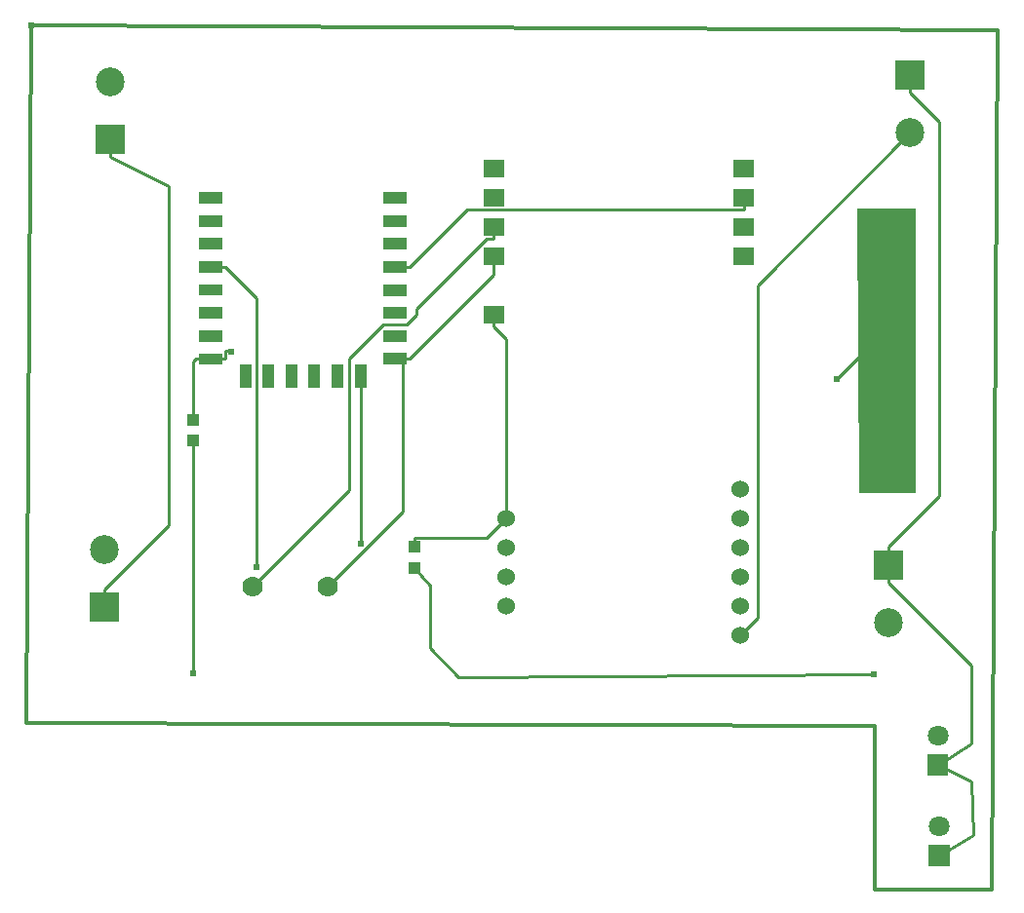
<source format=gtl>
G04 Layer: TopLayer*
G04 EasyEDA v6.4.3, 2020-08-09T00:17:02+05:30*
G04 6b3d8b3936fd40358e4656ce58cb2351,cf4aa5727a6a49518b7f5d996050d5f8,10*
G04 Gerber Generator version 0.2*
G04 Scale: 100 percent, Rotated: No, Reflected: No *
G04 Dimensions in millimeters *
G04 leading zeros omitted , absolute positions ,3 integer and 3 decimal *
%FSLAX33Y33*%
%MOMM*%
G90*
G71D02*

%ADD10C,0.254000*%
%ADD11C,0.355600*%
%ADD12C,0.259994*%
%ADD13C,0.610006*%
%ADD14C,0.609600*%
%ADD15R,1.999996X0.999998*%
%ADD16R,0.999998X1.999996*%
%ADD17R,1.099998X0.999998*%
%ADD18C,1.778000*%
%ADD20C,1.524000*%
%ADD21R,2.499995X2.499995*%
%ADD22C,2.499995*%
%ADD23C,1.799996*%

%LPD*%
G54D11*
G01X889Y75057D02*
G01X84836Y74676D01*
G01X84328Y0D01*
G01X75819Y0D01*
G01X74168Y0D01*
G01X74168Y6858D01*
G01X74168Y14224D01*
G01X508Y14478D01*
G01X889Y75057D01*
G54D12*
G01X16510Y46075D02*
G01X15217Y46075D01*
G01X14986Y40777D02*
G01X14986Y45841D01*
G01X15217Y46075D01*
G54D10*
G01X79629Y10795D02*
G01X82550Y9398D01*
G01X82677Y4699D01*
G01X79756Y2921D01*
G54D12*
G01X82550Y12700D02*
G01X79629Y10795D01*
G01X77216Y69197D02*
G01X79756Y66657D01*
G01X79756Y34180D01*
G01X75311Y29735D01*
G01X75311Y26652D02*
G01X82534Y19464D01*
G01X82550Y15367D01*
G01X82550Y12700D01*
G54D10*
G01X34163Y27929D02*
G01X35560Y26416D01*
G01X35560Y20955D01*
G01X37973Y18415D01*
G01X74041Y18669D01*
G01X14986Y38978D02*
G01X14986Y18796D01*
G54D12*
G01X75217Y46799D02*
G01X73301Y46799D01*
G01X70866Y44363D01*
G01X18288Y46736D02*
G01X17802Y46791D01*
G01X17802Y46075D01*
G01X16510Y46075D02*
G01X17802Y46075D01*
G01X29507Y44574D02*
G01X29507Y30025D01*
G01X16510Y54074D02*
G01X17802Y54074D01*
G01X17802Y54074D02*
G01X20482Y51394D01*
G01X20482Y28023D01*
G01X33157Y46075D02*
G01X33157Y32824D01*
G01X26619Y26289D01*
G01X33157Y46075D02*
G01X33802Y46075D01*
G01X32509Y46075D02*
G01X33157Y46075D01*
G01X33802Y46075D02*
G01X41084Y53357D01*
G01X41084Y54991D01*
G01X7239Y24511D02*
G01X7239Y26052D01*
G01X7747Y65151D02*
G01X7747Y63609D01*
G01X75311Y28194D02*
G01X75311Y29735D01*
G01X77216Y70739D02*
G01X77216Y69197D01*
G01X75311Y28194D02*
G01X75311Y26652D01*
G01X77216Y65737D02*
G01X63969Y52491D01*
G01X63969Y23583D01*
G01X62484Y22098D01*
G01X62801Y60071D02*
G01X62801Y59029D01*
G01X32512Y54074D02*
G01X33802Y54074D01*
G01X33802Y54074D02*
G01X38757Y59029D01*
G01X62801Y59029D01*
G01X41084Y49911D02*
G01X41084Y48869D01*
G01X42164Y32258D02*
G01X42164Y47790D01*
G01X41084Y48869D01*
G01X34163Y30520D02*
G01X40426Y30520D01*
G01X42164Y32258D01*
G01X34163Y29728D02*
G01X34163Y30520D01*
G01X41084Y57531D02*
G01X41084Y56489D01*
G01X41084Y56489D02*
G01X40482Y56489D01*
G01X34386Y50391D01*
G01X34386Y49951D01*
G01X33507Y49075D01*
G01X31470Y49075D01*
G01X28508Y46111D01*
G01X28508Y34681D01*
G01X20116Y26289D01*
G01X7747Y63609D02*
G01X12827Y61087D01*
G01X12827Y31640D01*
G01X7239Y26052D01*
G54D15*
G01X32511Y60074D03*
G01X32511Y58074D03*
G01X32511Y56074D03*
G01X32510Y54074D03*
G01X32511Y52074D03*
G01X32512Y50074D03*
G01X32511Y48074D03*
G01X32509Y46074D03*
G54D16*
G01X29507Y44573D03*
G01X27507Y44574D03*
G01X25508Y44574D03*
G01X23507Y44574D03*
G01X21508Y44574D03*
G01X19511Y44573D03*
G36*
G01X15510Y46574D02*
G01X17510Y46574D01*
G01X17510Y45574D01*
G01X15510Y45574D01*
G01X15510Y46574D01*
G37*
G36*
G01X15509Y48574D02*
G01X17509Y48574D01*
G01X17509Y47574D01*
G01X15509Y47574D01*
G01X15509Y48574D01*
G37*
G36*
G01X15509Y50574D02*
G01X17509Y50574D01*
G01X17509Y49574D01*
G01X15509Y49574D01*
G01X15509Y50574D01*
G37*
G36*
G01X15509Y52574D02*
G01X17509Y52574D01*
G01X17509Y51574D01*
G01X15509Y51574D01*
G01X15509Y52574D01*
G37*
G36*
G01X15509Y54574D02*
G01X17509Y54574D01*
G01X17509Y53574D01*
G01X15509Y53574D01*
G01X15509Y54574D01*
G37*
G36*
G01X15509Y56574D02*
G01X17509Y56574D01*
G01X17509Y55574D01*
G01X15509Y55574D01*
G01X15509Y56574D01*
G37*
G36*
G01X15509Y58574D02*
G01X17509Y58574D01*
G01X17509Y57574D01*
G01X15509Y57574D01*
G01X15509Y58574D01*
G37*
G36*
G01X15509Y60574D02*
G01X17509Y60574D01*
G01X17509Y59574D01*
G01X15509Y59574D01*
G01X15509Y60574D01*
G37*
G54D17*
G01X14986Y38978D03*
G01X14986Y40778D03*
G01X34163Y27929D03*
G01X34163Y29729D03*

%LPD*%
G36*
G01X77724Y59182D02*
G01X72644Y59182D01*
G01X72771Y34417D01*
G01X77724Y34417D01*
G01X77724Y59182D01*
G37*
G54D18*
G01X20116Y26289D03*
G01X26619Y26289D03*
G36*
G01X41984Y50660D02*
G01X41984Y49161D01*
G01X40185Y49161D01*
G01X40185Y50660D01*
G01X41984Y50660D01*
G37*
G36*
G01X41984Y55740D02*
G01X41984Y54241D01*
G01X40185Y54241D01*
G01X40185Y55740D01*
G01X41984Y55740D01*
G37*
G36*
G01X41984Y58280D02*
G01X41984Y56781D01*
G01X40185Y56781D01*
G01X40185Y58280D01*
G01X41984Y58280D01*
G37*
G36*
G01X41984Y60820D02*
G01X41984Y59321D01*
G01X40185Y59321D01*
G01X40185Y60820D01*
G01X41984Y60820D01*
G37*
G36*
G01X41984Y63360D02*
G01X41984Y61861D01*
G01X40185Y61861D01*
G01X40185Y63360D01*
G01X41984Y63360D01*
G37*
G36*
G01X63701Y55740D02*
G01X63701Y54241D01*
G01X61902Y54241D01*
G01X61902Y55740D01*
G01X63701Y55740D01*
G37*
G36*
G01X63701Y58280D02*
G01X63701Y56781D01*
G01X61902Y56781D01*
G01X61902Y58280D01*
G01X63701Y58280D01*
G37*
G36*
G01X63701Y60820D02*
G01X63701Y59321D01*
G01X61902Y59321D01*
G01X61902Y60820D01*
G01X63701Y60820D01*
G37*
G36*
G01X63701Y63360D02*
G01X63701Y61861D01*
G01X61902Y61861D01*
G01X61902Y63360D01*
G01X63701Y63360D01*
G37*
G54D20*
G01X62484Y22098D03*
G01X62484Y24638D03*
G01X62484Y27178D03*
G01X62484Y29718D03*
G01X62484Y32258D03*
G01X62484Y34798D03*
G01X42164Y32258D03*
G01X42164Y29718D03*
G01X42164Y27178D03*
G01X42164Y24638D03*
G54D21*
G01X7239Y24511D03*
G54D22*
G01X7239Y29510D03*
G54D21*
G01X75311Y28194D03*
G54D22*
G01X75311Y23194D03*
G54D21*
G01X7747Y65151D03*
G54D22*
G01X7747Y70150D03*
G54D21*
G01X77216Y70739D03*
G54D22*
G01X77216Y65739D03*
G54D23*
G01X79756Y5461D03*
G36*
G01X78856Y3820D02*
G01X80655Y3820D01*
G01X80655Y2021D01*
G01X78856Y2021D01*
G01X78856Y3820D01*
G37*
G01X79629Y13335D03*
G36*
G01X78729Y11694D02*
G01X80528Y11694D01*
G01X80528Y9895D01*
G01X78729Y9895D01*
G01X78729Y11694D01*
G37*
G54D13*
G01X20482Y28023D03*
G01X29507Y30025D03*
G01X70866Y44363D03*
G01X18288Y46736D03*
G54D14*
G01X14986Y18796D03*
G01X74041Y18669D03*
G01X889Y75057D03*
M00*
M02*

</source>
